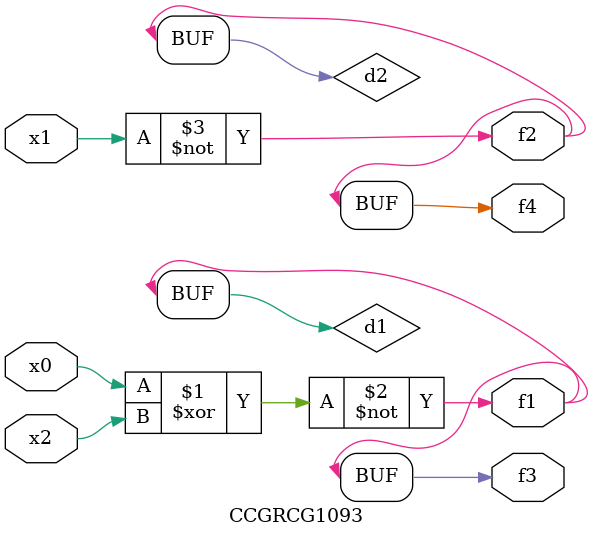
<source format=v>
module CCGRCG1093(
	input x0, x1, x2,
	output f1, f2, f3, f4
);

	wire d1, d2, d3;

	xnor (d1, x0, x2);
	nand (d2, x1);
	nor (d3, x1, x2);
	assign f1 = d1;
	assign f2 = d2;
	assign f3 = d1;
	assign f4 = d2;
endmodule

</source>
